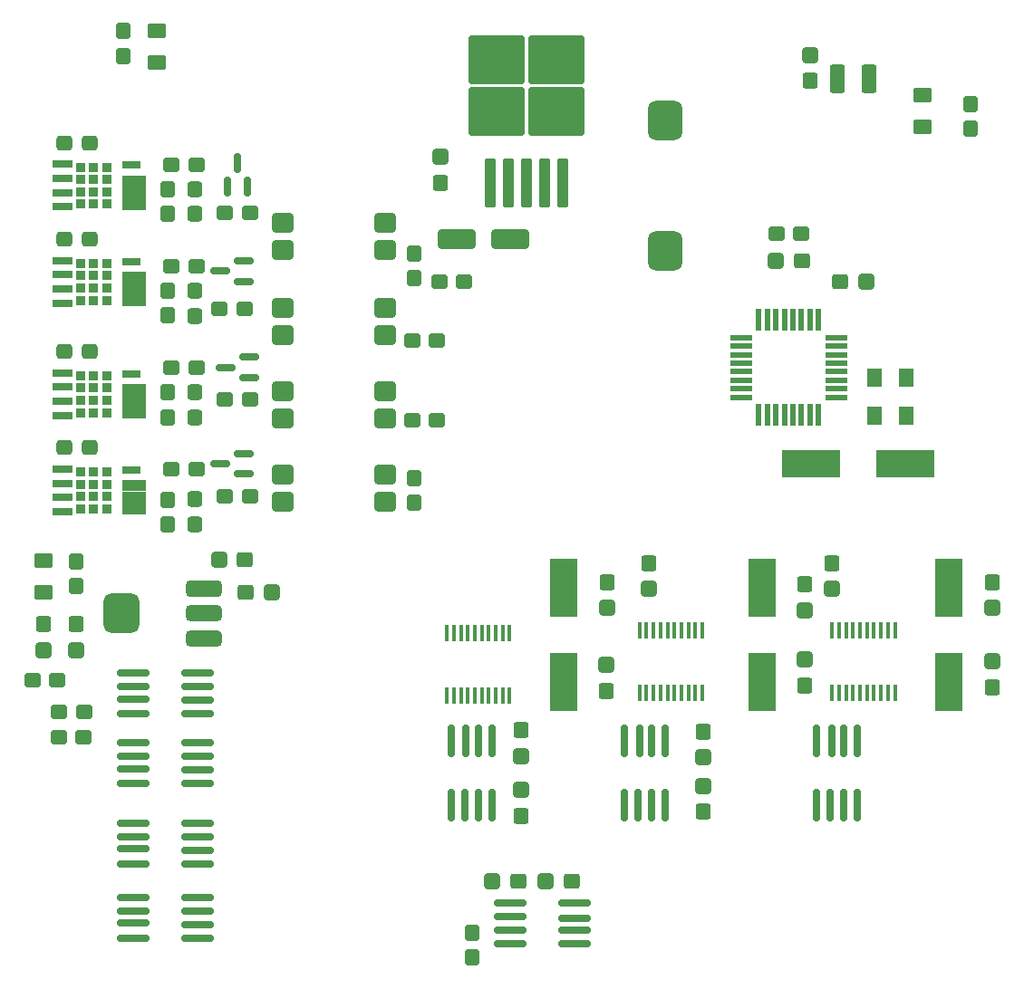
<source format=gbr>
G04 #@! TF.GenerationSoftware,KiCad,Pcbnew,9.0.2*
G04 #@! TF.CreationDate,2025-08-14T17:34:42+08:00*
G04 #@! TF.ProjectId,VCU_V3_1_PREFAB,5643555f-5633-45f3-915f-505245464142,rev?*
G04 #@! TF.SameCoordinates,Original*
G04 #@! TF.FileFunction,Paste,Top*
G04 #@! TF.FilePolarity,Positive*
%FSLAX46Y46*%
G04 Gerber Fmt 4.6, Leading zero omitted, Abs format (unit mm)*
G04 Created by KiCad (PCBNEW 9.0.2) date 2025-08-14 17:34:42*
%MOMM*%
%LPD*%
G01*
G04 APERTURE LIST*
G04 Aperture macros list*
%AMRoundRect*
0 Rectangle with rounded corners*
0 $1 Rounding radius*
0 $2 $3 $4 $5 $6 $7 $8 $9 X,Y pos of 4 corners*
0 Add a 4 corners polygon primitive as box body*
4,1,4,$2,$3,$4,$5,$6,$7,$8,$9,$2,$3,0*
0 Add four circle primitives for the rounded corners*
1,1,$1+$1,$2,$3*
1,1,$1+$1,$4,$5*
1,1,$1+$1,$6,$7*
1,1,$1+$1,$8,$9*
0 Add four rect primitives between the rounded corners*
20,1,$1+$1,$2,$3,$4,$5,0*
20,1,$1+$1,$4,$5,$6,$7,0*
20,1,$1+$1,$6,$7,$8,$9,0*
20,1,$1+$1,$8,$9,$2,$3,0*%
G04 Aperture macros list end*
%ADD10RoundRect,0.278125X0.389375X-0.474375X0.389375X0.474375X-0.389375X0.474375X-0.389375X-0.474375X0*%
%ADD11RoundRect,0.100000X0.100000X-0.687500X0.100000X0.687500X-0.100000X0.687500X-0.100000X-0.687500X0*%
%ADD12RoundRect,0.100000X0.099999X-0.687500X0.099999X0.687500X-0.099999X0.687500X-0.099999X-0.687500X0*%
%ADD13RoundRect,0.150000X0.750000X0.150000X-0.750000X0.150000X-0.750000X-0.150000X0.750000X-0.150000X0*%
%ADD14RoundRect,0.249999X0.750001X0.640001X-0.750001X0.640001X-0.750001X-0.640001X0.750001X-0.640001X0*%
%ADD15RoundRect,0.278125X-0.389375X0.474375X-0.389375X-0.474375X0.389375X-0.474375X0.389375X0.474375X0*%
%ADD16RoundRect,0.250001X0.462499X0.624999X-0.462499X0.624999X-0.462499X-0.624999X0.462499X-0.624999X0*%
%ADD17RoundRect,0.305575X0.412525X-0.460025X0.412525X0.460025X-0.412525X0.460025X-0.412525X-0.460025X0*%
%ADD18RoundRect,0.308511X0.416489X-0.457089X0.416489X0.457089X-0.416489X0.457089X-0.416489X-0.457089X0*%
%ADD19RoundRect,0.278125X-0.474375X-0.389375X0.474375X-0.389375X0.474375X0.389375X-0.474375X0.389375X0*%
%ADD20RoundRect,0.278125X0.474375X0.389375X-0.474375X0.389375X-0.474375X-0.389375X0.474375X-0.389375X0*%
%ADD21RoundRect,0.305575X-0.412525X0.460025X-0.412525X-0.460025X0.412525X-0.460025X0.412525X0.460025X0*%
%ADD22RoundRect,0.308511X-0.416489X0.457089X-0.416489X-0.457089X0.416489X-0.457089X0.416489X0.457089X0*%
%ADD23RoundRect,0.305575X0.460025X0.412525X-0.460025X0.412525X-0.460025X-0.412525X0.460025X-0.412525X0*%
%ADD24RoundRect,0.308511X0.457089X0.416489X-0.457089X0.416489X-0.457089X-0.416489X0.457089X-0.416489X0*%
%ADD25RoundRect,0.304348X0.420652X0.395652X-0.420652X0.395652X-0.420652X-0.395652X0.420652X-0.395652X0*%
%ADD26RoundRect,0.250001X-0.624999X0.462499X-0.624999X-0.462499X0.624999X-0.462499X0.624999X0.462499X0*%
%ADD27RoundRect,0.150000X-1.350000X-0.150000X1.350000X-0.150000X1.350000X0.150000X-1.350000X0.150000X0*%
%ADD28RoundRect,0.150000X-1.337500X-0.150000X1.337500X-0.150000X1.337500X0.150000X-1.337500X0.150000X0*%
%ADD29RoundRect,0.305575X-0.460025X-0.412525X0.460025X-0.412525X0.460025X0.412525X-0.460025X0.412525X0*%
%ADD30RoundRect,0.308511X-0.457089X-0.416489X0.457089X-0.416489X0.457089X0.416489X-0.457089X0.416489X0*%
%ADD31RoundRect,0.250000X0.300000X-2.050000X0.300000X2.050000X-0.300000X2.050000X-0.300000X-2.050000X0*%
%ADD32RoundRect,0.250000X2.375000X-2.025000X2.375000X2.025000X-2.375000X2.025000X-2.375000X-2.025000X0*%
%ADD33R,0.900000X0.900000*%
%ADD34R,2.275000X1.150000*%
%ADD35R,2.275000X1.000000*%
%ADD36R,2.275000X1.060000*%
%ADD37R,1.775000X0.650000*%
%ADD38R,1.825000X0.700000*%
%ADD39RoundRect,0.250000X1.500000X0.650000X-1.500000X0.650000X-1.500000X-0.650000X1.500000X-0.650000X0*%
%ADD40RoundRect,0.800000X0.800000X-1.075000X0.800000X1.075000X-0.800000X1.075000X-0.800000X-1.075000X0*%
%ADD41R,2.500000X5.500000*%
%ADD42RoundRect,0.304348X-0.395652X0.420652X-0.395652X-0.420652X0.395652X-0.420652X0.395652X0.420652X0*%
%ADD43RoundRect,0.150000X-0.150000X1.350000X-0.150000X-1.350000X0.150000X-1.350000X0.150000X1.350000X0*%
%ADD44RoundRect,0.150000X-0.150000X1.337500X-0.150000X-1.337500X0.150000X-1.337500X0.150000X1.337500X0*%
%ADD45R,0.550000X2.000000*%
%ADD46R,2.000000X0.550000*%
%ADD47R,2.000000X0.525000*%
%ADD48R,2.000000X0.575000*%
%ADD49R,0.525000X2.000000*%
%ADD50R,5.500000X2.500000*%
%ADD51RoundRect,0.150000X1.350000X0.150000X-1.350000X0.150000X-1.350000X-0.150000X1.350000X-0.150000X0*%
%ADD52RoundRect,0.150000X1.337500X0.150000X-1.337500X0.150000X-1.337500X-0.150000X1.337500X-0.150000X0*%
%ADD53RoundRect,0.250001X0.462499X1.074999X-0.462499X1.074999X-0.462499X-1.074999X0.462499X-1.074999X0*%
%ADD54RoundRect,0.250001X0.624999X-0.462499X0.624999X0.462499X-0.624999X0.462499X-0.624999X-0.462499X0*%
%ADD55RoundRect,0.375000X1.300000X0.375000X-1.300000X0.375000X-1.300000X-0.375000X1.300000X-0.375000X0*%
%ADD56RoundRect,0.837500X0.837500X1.062500X-0.837500X1.062500X-0.837500X-1.062500X0.837500X-1.062500X0*%
%ADD57RoundRect,0.387500X1.287500X0.387500X-1.287500X0.387500X-1.287500X-0.387500X1.287500X-0.387500X0*%
%ADD58RoundRect,0.150000X0.150000X-0.750000X0.150000X0.750000X-0.150000X0.750000X-0.150000X-0.750000X0*%
G04 APERTURE END LIST*
D10*
X121467500Y-91152500D03*
X121467500Y-88847500D03*
D11*
X165575000Y-106912500D03*
X166225000Y-106912500D03*
X166875000Y-106912500D03*
D12*
X167525001Y-106912500D03*
D11*
X168175000Y-106912500D03*
X168825000Y-106912500D03*
X169475000Y-106912500D03*
X170125000Y-106912500D03*
X170775000Y-106912500D03*
X171425000Y-106912500D03*
X171425000Y-101087500D03*
X170775000Y-101087500D03*
X170125000Y-101087500D03*
X169475000Y-101087500D03*
X168825000Y-101087500D03*
X168175000Y-101087500D03*
X167525000Y-101087500D03*
D12*
X166875001Y-101087500D03*
X166225001Y-101087500D03*
X165575001Y-101087500D03*
D13*
X128600000Y-86450000D03*
X128600000Y-84550000D03*
X126400000Y-85500000D03*
D11*
X183575000Y-106912500D03*
X184225000Y-106912500D03*
X184875000Y-106912500D03*
D12*
X185525001Y-106912500D03*
D11*
X186175000Y-106912500D03*
X186825000Y-106912500D03*
X187475000Y-106912500D03*
X188125000Y-106912500D03*
X188775000Y-106912500D03*
X189425000Y-106912500D03*
X189425000Y-101087500D03*
X188775000Y-101087500D03*
X188125000Y-101087500D03*
X187475000Y-101087500D03*
X186825000Y-101087500D03*
X186175000Y-101087500D03*
X185525000Y-101087500D03*
D12*
X184875001Y-101087500D03*
X184225001Y-101087500D03*
X183575001Y-101087500D03*
D14*
X141765000Y-73500000D03*
X141765000Y-70960000D03*
X132235000Y-70960000D03*
X132235000Y-73500000D03*
D15*
X117362500Y-45058383D03*
X117362500Y-47363383D03*
D16*
X190487500Y-77500000D03*
X187512500Y-77500000D03*
D17*
X180993100Y-106215599D03*
D18*
X181000000Y-103784399D03*
D19*
X178347500Y-63967500D03*
X180652500Y-63967500D03*
D20*
X129152500Y-88532500D03*
X126847500Y-88532500D03*
D11*
X147575000Y-107162500D03*
X148225000Y-107162500D03*
X148875000Y-107162500D03*
D12*
X149525001Y-107162500D03*
D11*
X150175000Y-107162500D03*
X150825000Y-107162500D03*
X151475000Y-107162500D03*
X152125000Y-107162500D03*
X152775000Y-107162500D03*
X153425000Y-107162500D03*
X153425000Y-101337500D03*
X152775000Y-101337500D03*
X152125000Y-101337500D03*
X151475000Y-101337500D03*
X150825000Y-101337500D03*
X150175000Y-101337500D03*
X149525000Y-101337500D03*
D12*
X148875001Y-101337500D03*
X148225001Y-101337500D03*
X147575001Y-101337500D03*
D21*
X154506900Y-110417400D03*
D22*
X154500000Y-112848600D03*
D23*
X154215600Y-124506900D03*
D24*
X151784400Y-124500000D03*
D25*
X114157500Y-64500000D03*
X111807500Y-64500000D03*
D13*
X128600000Y-68450000D03*
X128600000Y-66550000D03*
X126400000Y-67500000D03*
D17*
X154493100Y-118436600D03*
D18*
X154500000Y-116005400D03*
D10*
X144467500Y-89152500D03*
X144467500Y-86847500D03*
D21*
X181006900Y-96784400D03*
D22*
X181000000Y-99215600D03*
D20*
X124152500Y-76532500D03*
X121847500Y-76532500D03*
X124152500Y-86032500D03*
X121847500Y-86032500D03*
D21*
X183506900Y-94784400D03*
D22*
X183500000Y-97215600D03*
D15*
X144532500Y-65847500D03*
X144532500Y-68152500D03*
D21*
X171506900Y-110544400D03*
D22*
X171500000Y-112975600D03*
D26*
X109855000Y-94524500D03*
X109855000Y-97499500D03*
D27*
X118301732Y-105095000D03*
X118301732Y-106365000D03*
D28*
X118289232Y-107500000D03*
D27*
X118301732Y-108905000D03*
X124301732Y-108905000D03*
X124301732Y-107635000D03*
X124301732Y-106365000D03*
X124301732Y-105095000D03*
D29*
X128784400Y-97493100D03*
D30*
X131215600Y-97500000D03*
D31*
X151600000Y-59275000D03*
X153300000Y-59275000D03*
X155000000Y-59275000D03*
D32*
X152225000Y-52550000D03*
X157775000Y-52550000D03*
X152225000Y-47700000D03*
X157775000Y-47700000D03*
D31*
X156700000Y-59275000D03*
X158400000Y-59275000D03*
D33*
X115800000Y-80725000D03*
X115800000Y-79575000D03*
X115800000Y-78425000D03*
X115800000Y-77275000D03*
X114575000Y-80725000D03*
X114575000Y-79575000D03*
X114575000Y-78425000D03*
X114575000Y-77275000D03*
X113375000Y-80725000D03*
X113375000Y-79575000D03*
X113375000Y-78425000D03*
X113375000Y-77275000D03*
D34*
X118362500Y-80675000D03*
D35*
X118362500Y-79600000D03*
D36*
X118362500Y-78570000D03*
D37*
X118112500Y-77095000D03*
D38*
X111662500Y-80995000D03*
X111662500Y-79665000D03*
X111662500Y-78335000D03*
X111662500Y-77005000D03*
D39*
X153500000Y-64500000D03*
X148500000Y-64500000D03*
D14*
X141765000Y-65500000D03*
X141765000Y-62960000D03*
X132235000Y-62960000D03*
X132235000Y-65500000D03*
D19*
X144347500Y-81467500D03*
X146652500Y-81467500D03*
D17*
X171493100Y-118055600D03*
D18*
X171500000Y-115624400D03*
D10*
X121467500Y-81152500D03*
X121467500Y-78847500D03*
X121467500Y-71652500D03*
X121467500Y-69347500D03*
D17*
X198493100Y-106431200D03*
D18*
X198500000Y-104000000D03*
D19*
X108847500Y-105717500D03*
X111152500Y-105717500D03*
D13*
X129100000Y-77450000D03*
X129100000Y-75550000D03*
X126900000Y-76500000D03*
D40*
X168000000Y-65625000D03*
X168000000Y-53375000D03*
D20*
X128652500Y-71032500D03*
X126347500Y-71032500D03*
D19*
X111347500Y-108717500D03*
X113652500Y-108717500D03*
X144347500Y-73967500D03*
X146652500Y-73967500D03*
D41*
X176991762Y-97093282D03*
X177000000Y-105906719D03*
D21*
X198506900Y-96568800D03*
D22*
X198500000Y-99000000D03*
D42*
X124000000Y-59825000D03*
X124000000Y-62175000D03*
D25*
X114157500Y-84000000D03*
X111807500Y-84000000D03*
D21*
X166442179Y-94784400D03*
D22*
X166435279Y-97215600D03*
D17*
X162493100Y-106715600D03*
D18*
X162500000Y-104284400D03*
D33*
X115800000Y-89725000D03*
X115800000Y-88575000D03*
X115800000Y-87425000D03*
X115800000Y-86275000D03*
X114575000Y-89725000D03*
X114575000Y-88575000D03*
X114575000Y-87425000D03*
X114575000Y-86275000D03*
X113375000Y-89725000D03*
X113375000Y-88575000D03*
X113375000Y-87425000D03*
X113375000Y-86275000D03*
D34*
X118362500Y-89675000D03*
D35*
X118362500Y-88600000D03*
D36*
X118362500Y-87570000D03*
D37*
X118112500Y-86095000D03*
D38*
X111662500Y-89995000D03*
X111662500Y-88665000D03*
X111662500Y-87335000D03*
X111662500Y-86005000D03*
D10*
X149967500Y-131652500D03*
X149967500Y-129347500D03*
D26*
X120500000Y-45012500D03*
X120500000Y-47987500D03*
D16*
X190487500Y-81000000D03*
X187512500Y-81000000D03*
D43*
X151765000Y-111427000D03*
X150495000Y-111427000D03*
D44*
X149360000Y-111414500D03*
D43*
X147955000Y-111427000D03*
X147955000Y-117427000D03*
X149225000Y-117427000D03*
X150495000Y-117427000D03*
X151765000Y-117427000D03*
D10*
X196467500Y-54152500D03*
X196467500Y-51847500D03*
D45*
X176700000Y-80950000D03*
X177500000Y-80950000D03*
X178300000Y-80950000D03*
X179100000Y-80950000D03*
X179900000Y-80950000D03*
X180700000Y-80950000D03*
X181500000Y-80950000D03*
X182300000Y-80950000D03*
D46*
X183950000Y-79300000D03*
D47*
X183950000Y-78512500D03*
D48*
X183950000Y-77687500D03*
D46*
X183950000Y-76900000D03*
X183950000Y-76100000D03*
X183950000Y-75300000D03*
X183950000Y-74500000D03*
X183950000Y-73700000D03*
D45*
X182300000Y-72050000D03*
X181500000Y-72050000D03*
X180700000Y-72050000D03*
D49*
X179887500Y-72050000D03*
D45*
X179100000Y-72050000D03*
X178300000Y-72050000D03*
X177500000Y-72050000D03*
X176700000Y-72050000D03*
D46*
X175050000Y-73700000D03*
X175050000Y-74500000D03*
X175050000Y-75300000D03*
X175050000Y-76100000D03*
X175050000Y-76900000D03*
X175050000Y-77700000D03*
X175050000Y-78500000D03*
X175050000Y-79300000D03*
D50*
X190406719Y-85491762D03*
X181593282Y-85500000D03*
D15*
X112935500Y-94605500D03*
X112935500Y-96910500D03*
D20*
X124152500Y-67032500D03*
X121847500Y-67032500D03*
D42*
X124000000Y-88825000D03*
X124000000Y-91175000D03*
D41*
X194491762Y-97093283D03*
X194500000Y-105906720D03*
D14*
X141765000Y-81270000D03*
X141765000Y-78730000D03*
X132235000Y-78730000D03*
X132235000Y-81270000D03*
D29*
X184284400Y-68493100D03*
D30*
X186715600Y-68500000D03*
D20*
X124152500Y-57532500D03*
X121847500Y-57532500D03*
D21*
X112909900Y-100511400D03*
D22*
X112903000Y-102942600D03*
D21*
X109909900Y-100511400D03*
D22*
X109903000Y-102942600D03*
D51*
X159500000Y-130405000D03*
X159500000Y-129135000D03*
D52*
X159512500Y-128000000D03*
D51*
X159500000Y-126595000D03*
X153500000Y-126595000D03*
X153500000Y-127865000D03*
X153500000Y-129135000D03*
X153500000Y-130405000D03*
D17*
X181493100Y-49715600D03*
D18*
X181500000Y-47284400D03*
D20*
X129152500Y-62032500D03*
X126847500Y-62032500D03*
D23*
X159215600Y-124506900D03*
D24*
X156784400Y-124500000D03*
D23*
X180715600Y-66506900D03*
D24*
X178284400Y-66500000D03*
D25*
X114164259Y-55500000D03*
X111814259Y-55500000D03*
D53*
X186987500Y-49500000D03*
X184012500Y-49500000D03*
D42*
X124000000Y-69325000D03*
X124000000Y-71675000D03*
D54*
X192000000Y-53987500D03*
X192000000Y-51012500D03*
D27*
X118301732Y-111595000D03*
X118301732Y-112865000D03*
D28*
X118289232Y-114000000D03*
D27*
X118301732Y-115405000D03*
X124301732Y-115405000D03*
X124301732Y-114135000D03*
X124301732Y-112865000D03*
X124301732Y-111595000D03*
D14*
X141765000Y-89040000D03*
X141765000Y-86500000D03*
X132235000Y-86500000D03*
X132235000Y-89040000D03*
D41*
X158491762Y-97086563D03*
X158500000Y-105900000D03*
D43*
X185905000Y-111427000D03*
X184635000Y-111427000D03*
D44*
X183500000Y-111414500D03*
D43*
X182095000Y-111427000D03*
X182095000Y-117427000D03*
X183365000Y-117427000D03*
X184635000Y-117427000D03*
X185905000Y-117427000D03*
D33*
X115800000Y-61225000D03*
X115800000Y-60075000D03*
X115800000Y-58925000D03*
X115800000Y-57775000D03*
X114575000Y-61225000D03*
X114575000Y-60075000D03*
X114575000Y-58925000D03*
X114575000Y-57775000D03*
X113375000Y-61225000D03*
X113375000Y-60075000D03*
X113375000Y-58925000D03*
X113375000Y-57775000D03*
D34*
X118362500Y-61175000D03*
D35*
X118362500Y-60100000D03*
D36*
X118362500Y-59070000D03*
D37*
X118112500Y-57595000D03*
D38*
X111662500Y-61495000D03*
X111662500Y-60165000D03*
X111662500Y-58835000D03*
X111662500Y-57505000D03*
D27*
X118301732Y-126062500D03*
X118301732Y-127332500D03*
D28*
X118289232Y-128467500D03*
D27*
X118301732Y-129872500D03*
X124301732Y-129872500D03*
X124301732Y-128602500D03*
X124301732Y-127332500D03*
X124301732Y-126062500D03*
D42*
X124000000Y-78825000D03*
X124000000Y-81175000D03*
D21*
X162566900Y-96568800D03*
D22*
X162560000Y-99000000D03*
D43*
X167969721Y-111427000D03*
X166699721Y-111427000D03*
D44*
X165564721Y-111414500D03*
D43*
X164159721Y-111427000D03*
X164159721Y-117427000D03*
X165429721Y-117427000D03*
X166699721Y-117427000D03*
X167969721Y-117427000D03*
D17*
X146993100Y-59215600D03*
D18*
X147000000Y-56784400D03*
D27*
X118301732Y-119095000D03*
X118301732Y-120365000D03*
D28*
X118289232Y-121500000D03*
D27*
X118301732Y-122905000D03*
X124301732Y-122905000D03*
X124301732Y-121635000D03*
X124301732Y-120365000D03*
X124301732Y-119095000D03*
D55*
X124825000Y-101800000D03*
X124825000Y-99500000D03*
D56*
X117175000Y-99500000D03*
D57*
X124825000Y-97225000D03*
D10*
X121467500Y-62152500D03*
X121467500Y-59847500D03*
D58*
X127050000Y-59600000D03*
X128950000Y-59600000D03*
X128000000Y-57400000D03*
D20*
X113631017Y-111032500D03*
X111326017Y-111032500D03*
X129152500Y-79532500D03*
X126847500Y-79532500D03*
D25*
X114168241Y-75000000D03*
X111818241Y-75000000D03*
D19*
X146847500Y-68467500D03*
X149152500Y-68467500D03*
D33*
X115800000Y-70225000D03*
X115800000Y-69075000D03*
X115800000Y-67925000D03*
X115800000Y-66775000D03*
X114575000Y-70225000D03*
X114575000Y-69075000D03*
X114575000Y-67925000D03*
X114575000Y-66775000D03*
X113375000Y-70225000D03*
X113375000Y-69075000D03*
X113375000Y-67925000D03*
X113375000Y-66775000D03*
D34*
X118362500Y-70175000D03*
D35*
X118362500Y-69100000D03*
D36*
X118362500Y-68070000D03*
D37*
X118112500Y-66595000D03*
D38*
X111662500Y-70495000D03*
X111662500Y-69165000D03*
X111662500Y-67835000D03*
X111662500Y-66505000D03*
D23*
X128715600Y-94506900D03*
D24*
X126284400Y-94500000D03*
M02*

</source>
